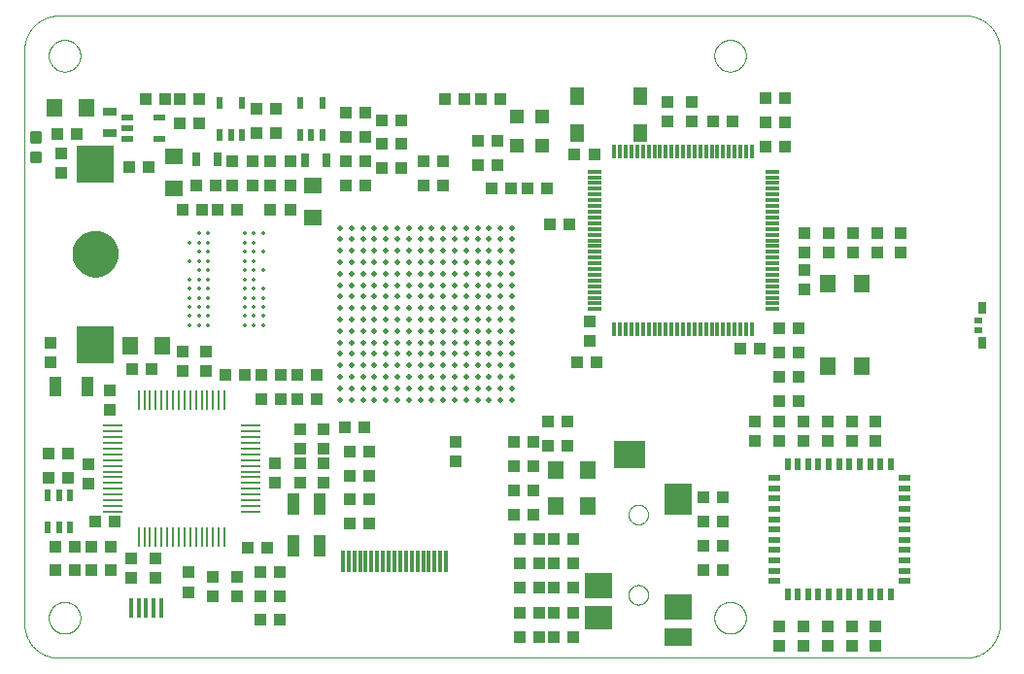
<source format=gtp>
G75*
%MOIN*%
%OFA0B0*%
%FSLAX25Y25*%
%IPPOS*%
%LPD*%
%AMOC8*
5,1,8,0,0,1.08239X$1,22.5*
%
%ADD10C,0.00000*%
%ADD11R,0.01181X0.07480*%
%ADD12R,0.01575X0.06890*%
%ADD13R,0.00984X0.06693*%
%ADD14R,0.06693X0.00984*%
%ADD15C,0.01969*%
%ADD16R,0.02362X0.04331*%
%ADD17R,0.09449X0.06299*%
%ADD18R,0.09449X0.11024*%
%ADD19R,0.09449X0.08661*%
%ADD20R,0.11024X0.09449*%
%ADD21R,0.09449X0.07874*%
%ADD22R,0.04331X0.03937*%
%ADD23R,0.03937X0.04331*%
%ADD24R,0.04331X0.07480*%
%ADD25C,0.01181*%
%ADD26R,0.03937X0.07087*%
%ADD27R,0.12500X0.12500*%
%ADD28C,0.07874*%
%ADD29R,0.05512X0.06299*%
%ADD30C,0.01339*%
%ADD31R,0.03150X0.03937*%
%ADD32R,0.02559X0.01969*%
%ADD33R,0.05079X0.04882*%
%ADD34R,0.06299X0.05512*%
%ADD35R,0.04429X0.01969*%
%ADD36R,0.01969X0.04429*%
%ADD37R,0.04724X0.01181*%
%ADD38R,0.01181X0.04724*%
%ADD39R,0.05118X0.05906*%
%ADD40R,0.04331X0.02362*%
%ADD41R,0.03150X0.04724*%
%ADD42R,0.04724X0.03150*%
D10*
X0012924Y0005148D02*
X0323948Y0005148D01*
X0324233Y0005151D01*
X0324519Y0005162D01*
X0324804Y0005179D01*
X0325088Y0005203D01*
X0325372Y0005234D01*
X0325655Y0005272D01*
X0325936Y0005317D01*
X0326217Y0005368D01*
X0326497Y0005426D01*
X0326775Y0005491D01*
X0327051Y0005563D01*
X0327325Y0005641D01*
X0327598Y0005726D01*
X0327868Y0005818D01*
X0328136Y0005916D01*
X0328402Y0006020D01*
X0328665Y0006131D01*
X0328925Y0006248D01*
X0329183Y0006371D01*
X0329437Y0006501D01*
X0329688Y0006637D01*
X0329936Y0006778D01*
X0330180Y0006926D01*
X0330421Y0007079D01*
X0330657Y0007239D01*
X0330890Y0007404D01*
X0331119Y0007574D01*
X0331344Y0007750D01*
X0331564Y0007932D01*
X0331780Y0008118D01*
X0331991Y0008310D01*
X0332198Y0008507D01*
X0332400Y0008709D01*
X0332597Y0008916D01*
X0332789Y0009127D01*
X0332975Y0009343D01*
X0333157Y0009563D01*
X0333333Y0009788D01*
X0333503Y0010017D01*
X0333668Y0010250D01*
X0333828Y0010486D01*
X0333981Y0010727D01*
X0334129Y0010971D01*
X0334270Y0011219D01*
X0334406Y0011470D01*
X0334536Y0011724D01*
X0334659Y0011982D01*
X0334776Y0012242D01*
X0334887Y0012505D01*
X0334991Y0012771D01*
X0335089Y0013039D01*
X0335181Y0013309D01*
X0335266Y0013582D01*
X0335344Y0013856D01*
X0335416Y0014132D01*
X0335481Y0014410D01*
X0335539Y0014690D01*
X0335590Y0014971D01*
X0335635Y0015252D01*
X0335673Y0015535D01*
X0335704Y0015819D01*
X0335728Y0016103D01*
X0335745Y0016388D01*
X0335756Y0016674D01*
X0335759Y0016959D01*
X0335759Y0213809D01*
X0335756Y0214094D01*
X0335745Y0214380D01*
X0335728Y0214665D01*
X0335704Y0214949D01*
X0335673Y0215233D01*
X0335635Y0215516D01*
X0335590Y0215797D01*
X0335539Y0216078D01*
X0335481Y0216358D01*
X0335416Y0216636D01*
X0335344Y0216912D01*
X0335266Y0217186D01*
X0335181Y0217459D01*
X0335089Y0217729D01*
X0334991Y0217997D01*
X0334887Y0218263D01*
X0334776Y0218526D01*
X0334659Y0218786D01*
X0334536Y0219044D01*
X0334406Y0219298D01*
X0334270Y0219549D01*
X0334129Y0219797D01*
X0333981Y0220041D01*
X0333828Y0220282D01*
X0333668Y0220518D01*
X0333503Y0220751D01*
X0333333Y0220980D01*
X0333157Y0221205D01*
X0332975Y0221425D01*
X0332789Y0221641D01*
X0332597Y0221852D01*
X0332400Y0222059D01*
X0332198Y0222261D01*
X0331991Y0222458D01*
X0331780Y0222650D01*
X0331564Y0222836D01*
X0331344Y0223018D01*
X0331119Y0223194D01*
X0330890Y0223364D01*
X0330657Y0223529D01*
X0330421Y0223689D01*
X0330180Y0223842D01*
X0329936Y0223990D01*
X0329688Y0224131D01*
X0329437Y0224267D01*
X0329183Y0224397D01*
X0328925Y0224520D01*
X0328665Y0224637D01*
X0328402Y0224748D01*
X0328136Y0224852D01*
X0327868Y0224950D01*
X0327598Y0225042D01*
X0327325Y0225127D01*
X0327051Y0225205D01*
X0326775Y0225277D01*
X0326497Y0225342D01*
X0326217Y0225400D01*
X0325936Y0225451D01*
X0325655Y0225496D01*
X0325372Y0225534D01*
X0325088Y0225565D01*
X0324804Y0225589D01*
X0324519Y0225606D01*
X0324233Y0225617D01*
X0323948Y0225620D01*
X0012924Y0225620D01*
X0012639Y0225617D01*
X0012353Y0225606D01*
X0012068Y0225589D01*
X0011784Y0225565D01*
X0011500Y0225534D01*
X0011217Y0225496D01*
X0010936Y0225451D01*
X0010655Y0225400D01*
X0010375Y0225342D01*
X0010097Y0225277D01*
X0009821Y0225205D01*
X0009547Y0225127D01*
X0009274Y0225042D01*
X0009004Y0224950D01*
X0008736Y0224852D01*
X0008470Y0224748D01*
X0008207Y0224637D01*
X0007947Y0224520D01*
X0007689Y0224397D01*
X0007435Y0224267D01*
X0007184Y0224131D01*
X0006936Y0223990D01*
X0006692Y0223842D01*
X0006451Y0223689D01*
X0006215Y0223529D01*
X0005982Y0223364D01*
X0005753Y0223194D01*
X0005528Y0223018D01*
X0005308Y0222836D01*
X0005092Y0222650D01*
X0004881Y0222458D01*
X0004674Y0222261D01*
X0004472Y0222059D01*
X0004275Y0221852D01*
X0004083Y0221641D01*
X0003897Y0221425D01*
X0003715Y0221205D01*
X0003539Y0220980D01*
X0003369Y0220751D01*
X0003204Y0220518D01*
X0003044Y0220282D01*
X0002891Y0220041D01*
X0002743Y0219797D01*
X0002602Y0219549D01*
X0002466Y0219298D01*
X0002336Y0219044D01*
X0002213Y0218786D01*
X0002096Y0218526D01*
X0001985Y0218263D01*
X0001881Y0217997D01*
X0001783Y0217729D01*
X0001691Y0217459D01*
X0001606Y0217186D01*
X0001528Y0216912D01*
X0001456Y0216636D01*
X0001391Y0216358D01*
X0001333Y0216078D01*
X0001282Y0215797D01*
X0001237Y0215516D01*
X0001199Y0215233D01*
X0001168Y0214949D01*
X0001144Y0214665D01*
X0001127Y0214380D01*
X0001116Y0214094D01*
X0001113Y0213809D01*
X0001113Y0016959D01*
X0001116Y0016674D01*
X0001127Y0016388D01*
X0001144Y0016103D01*
X0001168Y0015819D01*
X0001199Y0015535D01*
X0001237Y0015252D01*
X0001282Y0014971D01*
X0001333Y0014690D01*
X0001391Y0014410D01*
X0001456Y0014132D01*
X0001528Y0013856D01*
X0001606Y0013582D01*
X0001691Y0013309D01*
X0001783Y0013039D01*
X0001881Y0012771D01*
X0001985Y0012505D01*
X0002096Y0012242D01*
X0002213Y0011982D01*
X0002336Y0011724D01*
X0002466Y0011470D01*
X0002602Y0011219D01*
X0002743Y0010971D01*
X0002891Y0010727D01*
X0003044Y0010486D01*
X0003204Y0010250D01*
X0003369Y0010017D01*
X0003539Y0009788D01*
X0003715Y0009563D01*
X0003897Y0009343D01*
X0004083Y0009127D01*
X0004275Y0008916D01*
X0004472Y0008709D01*
X0004674Y0008507D01*
X0004881Y0008310D01*
X0005092Y0008118D01*
X0005308Y0007932D01*
X0005528Y0007750D01*
X0005753Y0007574D01*
X0005982Y0007404D01*
X0006215Y0007239D01*
X0006451Y0007079D01*
X0006692Y0006926D01*
X0006936Y0006778D01*
X0007184Y0006637D01*
X0007435Y0006501D01*
X0007689Y0006371D01*
X0007947Y0006248D01*
X0008207Y0006131D01*
X0008470Y0006020D01*
X0008736Y0005916D01*
X0009004Y0005818D01*
X0009274Y0005726D01*
X0009547Y0005641D01*
X0009821Y0005563D01*
X0010097Y0005491D01*
X0010375Y0005426D01*
X0010655Y0005368D01*
X0010936Y0005317D01*
X0011217Y0005272D01*
X0011500Y0005234D01*
X0011784Y0005203D01*
X0012068Y0005179D01*
X0012353Y0005162D01*
X0012639Y0005151D01*
X0012924Y0005148D01*
X0009480Y0018927D02*
X0009482Y0019074D01*
X0009488Y0019220D01*
X0009498Y0019366D01*
X0009512Y0019512D01*
X0009530Y0019658D01*
X0009551Y0019803D01*
X0009577Y0019947D01*
X0009607Y0020091D01*
X0009640Y0020233D01*
X0009677Y0020375D01*
X0009718Y0020516D01*
X0009763Y0020655D01*
X0009812Y0020794D01*
X0009864Y0020931D01*
X0009921Y0021066D01*
X0009980Y0021200D01*
X0010044Y0021332D01*
X0010111Y0021462D01*
X0010181Y0021591D01*
X0010255Y0021718D01*
X0010332Y0021842D01*
X0010413Y0021965D01*
X0010497Y0022085D01*
X0010584Y0022203D01*
X0010674Y0022318D01*
X0010767Y0022431D01*
X0010864Y0022542D01*
X0010963Y0022650D01*
X0011065Y0022755D01*
X0011170Y0022857D01*
X0011278Y0022956D01*
X0011389Y0023053D01*
X0011502Y0023146D01*
X0011617Y0023236D01*
X0011735Y0023323D01*
X0011855Y0023407D01*
X0011978Y0023488D01*
X0012102Y0023565D01*
X0012229Y0023639D01*
X0012358Y0023709D01*
X0012488Y0023776D01*
X0012620Y0023840D01*
X0012754Y0023899D01*
X0012889Y0023956D01*
X0013026Y0024008D01*
X0013165Y0024057D01*
X0013304Y0024102D01*
X0013445Y0024143D01*
X0013587Y0024180D01*
X0013729Y0024213D01*
X0013873Y0024243D01*
X0014017Y0024269D01*
X0014162Y0024290D01*
X0014308Y0024308D01*
X0014454Y0024322D01*
X0014600Y0024332D01*
X0014746Y0024338D01*
X0014893Y0024340D01*
X0015040Y0024338D01*
X0015186Y0024332D01*
X0015332Y0024322D01*
X0015478Y0024308D01*
X0015624Y0024290D01*
X0015769Y0024269D01*
X0015913Y0024243D01*
X0016057Y0024213D01*
X0016199Y0024180D01*
X0016341Y0024143D01*
X0016482Y0024102D01*
X0016621Y0024057D01*
X0016760Y0024008D01*
X0016897Y0023956D01*
X0017032Y0023899D01*
X0017166Y0023840D01*
X0017298Y0023776D01*
X0017428Y0023709D01*
X0017557Y0023639D01*
X0017684Y0023565D01*
X0017808Y0023488D01*
X0017931Y0023407D01*
X0018051Y0023323D01*
X0018169Y0023236D01*
X0018284Y0023146D01*
X0018397Y0023053D01*
X0018508Y0022956D01*
X0018616Y0022857D01*
X0018721Y0022755D01*
X0018823Y0022650D01*
X0018922Y0022542D01*
X0019019Y0022431D01*
X0019112Y0022318D01*
X0019202Y0022203D01*
X0019289Y0022085D01*
X0019373Y0021965D01*
X0019454Y0021842D01*
X0019531Y0021718D01*
X0019605Y0021591D01*
X0019675Y0021462D01*
X0019742Y0021332D01*
X0019806Y0021200D01*
X0019865Y0021066D01*
X0019922Y0020931D01*
X0019974Y0020794D01*
X0020023Y0020655D01*
X0020068Y0020516D01*
X0020109Y0020375D01*
X0020146Y0020233D01*
X0020179Y0020091D01*
X0020209Y0019947D01*
X0020235Y0019803D01*
X0020256Y0019658D01*
X0020274Y0019512D01*
X0020288Y0019366D01*
X0020298Y0019220D01*
X0020304Y0019074D01*
X0020306Y0018927D01*
X0020304Y0018780D01*
X0020298Y0018634D01*
X0020288Y0018488D01*
X0020274Y0018342D01*
X0020256Y0018196D01*
X0020235Y0018051D01*
X0020209Y0017907D01*
X0020179Y0017763D01*
X0020146Y0017621D01*
X0020109Y0017479D01*
X0020068Y0017338D01*
X0020023Y0017199D01*
X0019974Y0017060D01*
X0019922Y0016923D01*
X0019865Y0016788D01*
X0019806Y0016654D01*
X0019742Y0016522D01*
X0019675Y0016392D01*
X0019605Y0016263D01*
X0019531Y0016136D01*
X0019454Y0016012D01*
X0019373Y0015889D01*
X0019289Y0015769D01*
X0019202Y0015651D01*
X0019112Y0015536D01*
X0019019Y0015423D01*
X0018922Y0015312D01*
X0018823Y0015204D01*
X0018721Y0015099D01*
X0018616Y0014997D01*
X0018508Y0014898D01*
X0018397Y0014801D01*
X0018284Y0014708D01*
X0018169Y0014618D01*
X0018051Y0014531D01*
X0017931Y0014447D01*
X0017808Y0014366D01*
X0017684Y0014289D01*
X0017557Y0014215D01*
X0017428Y0014145D01*
X0017298Y0014078D01*
X0017166Y0014014D01*
X0017032Y0013955D01*
X0016897Y0013898D01*
X0016760Y0013846D01*
X0016621Y0013797D01*
X0016482Y0013752D01*
X0016341Y0013711D01*
X0016199Y0013674D01*
X0016057Y0013641D01*
X0015913Y0013611D01*
X0015769Y0013585D01*
X0015624Y0013564D01*
X0015478Y0013546D01*
X0015332Y0013532D01*
X0015186Y0013522D01*
X0015040Y0013516D01*
X0014893Y0013514D01*
X0014746Y0013516D01*
X0014600Y0013522D01*
X0014454Y0013532D01*
X0014308Y0013546D01*
X0014162Y0013564D01*
X0014017Y0013585D01*
X0013873Y0013611D01*
X0013729Y0013641D01*
X0013587Y0013674D01*
X0013445Y0013711D01*
X0013304Y0013752D01*
X0013165Y0013797D01*
X0013026Y0013846D01*
X0012889Y0013898D01*
X0012754Y0013955D01*
X0012620Y0014014D01*
X0012488Y0014078D01*
X0012358Y0014145D01*
X0012229Y0014215D01*
X0012102Y0014289D01*
X0011978Y0014366D01*
X0011855Y0014447D01*
X0011735Y0014531D01*
X0011617Y0014618D01*
X0011502Y0014708D01*
X0011389Y0014801D01*
X0011278Y0014898D01*
X0011170Y0014997D01*
X0011065Y0015099D01*
X0010963Y0015204D01*
X0010864Y0015312D01*
X0010767Y0015423D01*
X0010674Y0015536D01*
X0010584Y0015651D01*
X0010497Y0015769D01*
X0010413Y0015889D01*
X0010332Y0016012D01*
X0010255Y0016136D01*
X0010181Y0016263D01*
X0010111Y0016392D01*
X0010044Y0016522D01*
X0009980Y0016654D01*
X0009921Y0016788D01*
X0009864Y0016923D01*
X0009812Y0017060D01*
X0009763Y0017199D01*
X0009718Y0017338D01*
X0009677Y0017479D01*
X0009640Y0017621D01*
X0009607Y0017763D01*
X0009577Y0017907D01*
X0009551Y0018051D01*
X0009530Y0018196D01*
X0009512Y0018342D01*
X0009498Y0018488D01*
X0009488Y0018634D01*
X0009482Y0018780D01*
X0009480Y0018927D01*
X0208397Y0026801D02*
X0208399Y0026916D01*
X0208405Y0027032D01*
X0208415Y0027147D01*
X0208429Y0027262D01*
X0208447Y0027376D01*
X0208469Y0027489D01*
X0208494Y0027602D01*
X0208524Y0027713D01*
X0208557Y0027824D01*
X0208594Y0027933D01*
X0208635Y0028041D01*
X0208680Y0028148D01*
X0208728Y0028253D01*
X0208780Y0028356D01*
X0208836Y0028457D01*
X0208895Y0028557D01*
X0208957Y0028654D01*
X0209023Y0028749D01*
X0209091Y0028842D01*
X0209163Y0028932D01*
X0209238Y0029020D01*
X0209317Y0029105D01*
X0209398Y0029187D01*
X0209481Y0029267D01*
X0209568Y0029343D01*
X0209657Y0029417D01*
X0209748Y0029487D01*
X0209842Y0029555D01*
X0209938Y0029619D01*
X0210037Y0029679D01*
X0210137Y0029736D01*
X0210239Y0029790D01*
X0210343Y0029840D01*
X0210449Y0029887D01*
X0210556Y0029930D01*
X0210665Y0029969D01*
X0210775Y0030004D01*
X0210886Y0030035D01*
X0210998Y0030063D01*
X0211111Y0030087D01*
X0211225Y0030107D01*
X0211340Y0030123D01*
X0211455Y0030135D01*
X0211570Y0030143D01*
X0211685Y0030147D01*
X0211801Y0030147D01*
X0211916Y0030143D01*
X0212031Y0030135D01*
X0212146Y0030123D01*
X0212261Y0030107D01*
X0212375Y0030087D01*
X0212488Y0030063D01*
X0212600Y0030035D01*
X0212711Y0030004D01*
X0212821Y0029969D01*
X0212930Y0029930D01*
X0213037Y0029887D01*
X0213143Y0029840D01*
X0213247Y0029790D01*
X0213349Y0029736D01*
X0213449Y0029679D01*
X0213548Y0029619D01*
X0213644Y0029555D01*
X0213738Y0029487D01*
X0213829Y0029417D01*
X0213918Y0029343D01*
X0214005Y0029267D01*
X0214088Y0029187D01*
X0214169Y0029105D01*
X0214248Y0029020D01*
X0214323Y0028932D01*
X0214395Y0028842D01*
X0214463Y0028749D01*
X0214529Y0028654D01*
X0214591Y0028557D01*
X0214650Y0028457D01*
X0214706Y0028356D01*
X0214758Y0028253D01*
X0214806Y0028148D01*
X0214851Y0028041D01*
X0214892Y0027933D01*
X0214929Y0027824D01*
X0214962Y0027713D01*
X0214992Y0027602D01*
X0215017Y0027489D01*
X0215039Y0027376D01*
X0215057Y0027262D01*
X0215071Y0027147D01*
X0215081Y0027032D01*
X0215087Y0026916D01*
X0215089Y0026801D01*
X0215087Y0026686D01*
X0215081Y0026570D01*
X0215071Y0026455D01*
X0215057Y0026340D01*
X0215039Y0026226D01*
X0215017Y0026113D01*
X0214992Y0026000D01*
X0214962Y0025889D01*
X0214929Y0025778D01*
X0214892Y0025669D01*
X0214851Y0025561D01*
X0214806Y0025454D01*
X0214758Y0025349D01*
X0214706Y0025246D01*
X0214650Y0025145D01*
X0214591Y0025045D01*
X0214529Y0024948D01*
X0214463Y0024853D01*
X0214395Y0024760D01*
X0214323Y0024670D01*
X0214248Y0024582D01*
X0214169Y0024497D01*
X0214088Y0024415D01*
X0214005Y0024335D01*
X0213918Y0024259D01*
X0213829Y0024185D01*
X0213738Y0024115D01*
X0213644Y0024047D01*
X0213548Y0023983D01*
X0213449Y0023923D01*
X0213349Y0023866D01*
X0213247Y0023812D01*
X0213143Y0023762D01*
X0213037Y0023715D01*
X0212930Y0023672D01*
X0212821Y0023633D01*
X0212711Y0023598D01*
X0212600Y0023567D01*
X0212488Y0023539D01*
X0212375Y0023515D01*
X0212261Y0023495D01*
X0212146Y0023479D01*
X0212031Y0023467D01*
X0211916Y0023459D01*
X0211801Y0023455D01*
X0211685Y0023455D01*
X0211570Y0023459D01*
X0211455Y0023467D01*
X0211340Y0023479D01*
X0211225Y0023495D01*
X0211111Y0023515D01*
X0210998Y0023539D01*
X0210886Y0023567D01*
X0210775Y0023598D01*
X0210665Y0023633D01*
X0210556Y0023672D01*
X0210449Y0023715D01*
X0210343Y0023762D01*
X0210239Y0023812D01*
X0210137Y0023866D01*
X0210037Y0023923D01*
X0209938Y0023983D01*
X0209842Y0024047D01*
X0209748Y0024115D01*
X0209657Y0024185D01*
X0209568Y0024259D01*
X0209481Y0024335D01*
X0209398Y0024415D01*
X0209317Y0024497D01*
X0209238Y0024582D01*
X0209163Y0024670D01*
X0209091Y0024760D01*
X0209023Y0024853D01*
X0208957Y0024948D01*
X0208895Y0025045D01*
X0208836Y0025145D01*
X0208780Y0025246D01*
X0208728Y0025349D01*
X0208680Y0025454D01*
X0208635Y0025561D01*
X0208594Y0025669D01*
X0208557Y0025778D01*
X0208524Y0025889D01*
X0208494Y0026000D01*
X0208469Y0026113D01*
X0208447Y0026226D01*
X0208429Y0026340D01*
X0208415Y0026455D01*
X0208405Y0026570D01*
X0208399Y0026686D01*
X0208397Y0026801D01*
X0237826Y0018927D02*
X0237828Y0019074D01*
X0237834Y0019220D01*
X0237844Y0019366D01*
X0237858Y0019512D01*
X0237876Y0019658D01*
X0237897Y0019803D01*
X0237923Y0019947D01*
X0237953Y0020091D01*
X0237986Y0020233D01*
X0238023Y0020375D01*
X0238064Y0020516D01*
X0238109Y0020655D01*
X0238158Y0020794D01*
X0238210Y0020931D01*
X0238267Y0021066D01*
X0238326Y0021200D01*
X0238390Y0021332D01*
X0238457Y0021462D01*
X0238527Y0021591D01*
X0238601Y0021718D01*
X0238678Y0021842D01*
X0238759Y0021965D01*
X0238843Y0022085D01*
X0238930Y0022203D01*
X0239020Y0022318D01*
X0239113Y0022431D01*
X0239210Y0022542D01*
X0239309Y0022650D01*
X0239411Y0022755D01*
X0239516Y0022857D01*
X0239624Y0022956D01*
X0239735Y0023053D01*
X0239848Y0023146D01*
X0239963Y0023236D01*
X0240081Y0023323D01*
X0240201Y0023407D01*
X0240324Y0023488D01*
X0240448Y0023565D01*
X0240575Y0023639D01*
X0240704Y0023709D01*
X0240834Y0023776D01*
X0240966Y0023840D01*
X0241100Y0023899D01*
X0241235Y0023956D01*
X0241372Y0024008D01*
X0241511Y0024057D01*
X0241650Y0024102D01*
X0241791Y0024143D01*
X0241933Y0024180D01*
X0242075Y0024213D01*
X0242219Y0024243D01*
X0242363Y0024269D01*
X0242508Y0024290D01*
X0242654Y0024308D01*
X0242800Y0024322D01*
X0242946Y0024332D01*
X0243092Y0024338D01*
X0243239Y0024340D01*
X0243386Y0024338D01*
X0243532Y0024332D01*
X0243678Y0024322D01*
X0243824Y0024308D01*
X0243970Y0024290D01*
X0244115Y0024269D01*
X0244259Y0024243D01*
X0244403Y0024213D01*
X0244545Y0024180D01*
X0244687Y0024143D01*
X0244828Y0024102D01*
X0244967Y0024057D01*
X0245106Y0024008D01*
X0245243Y0023956D01*
X0245378Y0023899D01*
X0245512Y0023840D01*
X0245644Y0023776D01*
X0245774Y0023709D01*
X0245903Y0023639D01*
X0246030Y0023565D01*
X0246154Y0023488D01*
X0246277Y0023407D01*
X0246397Y0023323D01*
X0246515Y0023236D01*
X0246630Y0023146D01*
X0246743Y0023053D01*
X0246854Y0022956D01*
X0246962Y0022857D01*
X0247067Y0022755D01*
X0247169Y0022650D01*
X0247268Y0022542D01*
X0247365Y0022431D01*
X0247458Y0022318D01*
X0247548Y0022203D01*
X0247635Y0022085D01*
X0247719Y0021965D01*
X0247800Y0021842D01*
X0247877Y0021718D01*
X0247951Y0021591D01*
X0248021Y0021462D01*
X0248088Y0021332D01*
X0248152Y0021200D01*
X0248211Y0021066D01*
X0248268Y0020931D01*
X0248320Y0020794D01*
X0248369Y0020655D01*
X0248414Y0020516D01*
X0248455Y0020375D01*
X0248492Y0020233D01*
X0248525Y0020091D01*
X0248555Y0019947D01*
X0248581Y0019803D01*
X0248602Y0019658D01*
X0248620Y0019512D01*
X0248634Y0019366D01*
X0248644Y0019220D01*
X0248650Y0019074D01*
X0248652Y0018927D01*
X0248650Y0018780D01*
X0248644Y0018634D01*
X0248634Y0018488D01*
X0248620Y0018342D01*
X0248602Y0018196D01*
X0248581Y0018051D01*
X0248555Y0017907D01*
X0248525Y0017763D01*
X0248492Y0017621D01*
X0248455Y0017479D01*
X0248414Y0017338D01*
X0248369Y0017199D01*
X0248320Y0017060D01*
X0248268Y0016923D01*
X0248211Y0016788D01*
X0248152Y0016654D01*
X0248088Y0016522D01*
X0248021Y0016392D01*
X0247951Y0016263D01*
X0247877Y0016136D01*
X0247800Y0016012D01*
X0247719Y0015889D01*
X0247635Y0015769D01*
X0247548Y0015651D01*
X0247458Y0015536D01*
X0247365Y0015423D01*
X0247268Y0015312D01*
X0247169Y0015204D01*
X0247067Y0015099D01*
X0246962Y0014997D01*
X0246854Y0014898D01*
X0246743Y0014801D01*
X0246630Y0014708D01*
X0246515Y0014618D01*
X0246397Y0014531D01*
X0246277Y0014447D01*
X0246154Y0014366D01*
X0246030Y0014289D01*
X0245903Y0014215D01*
X0245774Y0014145D01*
X0245644Y0014078D01*
X0245512Y0014014D01*
X0245378Y0013955D01*
X0245243Y0013898D01*
X0245106Y0013846D01*
X0244967Y0013797D01*
X0244828Y0013752D01*
X0244687Y0013711D01*
X0244545Y0013674D01*
X0244403Y0013641D01*
X0244259Y0013611D01*
X0244115Y0013585D01*
X0243970Y0013564D01*
X0243824Y0013546D01*
X0243678Y0013532D01*
X0243532Y0013522D01*
X0243386Y0013516D01*
X0243239Y0013514D01*
X0243092Y0013516D01*
X0242946Y0013522D01*
X0242800Y0013532D01*
X0242654Y0013546D01*
X0242508Y0013564D01*
X0242363Y0013585D01*
X0242219Y0013611D01*
X0242075Y0013641D01*
X0241933Y0013674D01*
X0241791Y0013711D01*
X0241650Y0013752D01*
X0241511Y0013797D01*
X0241372Y0013846D01*
X0241235Y0013898D01*
X0241100Y0013955D01*
X0240966Y0014014D01*
X0240834Y0014078D01*
X0240704Y0014145D01*
X0240575Y0014215D01*
X0240448Y0014289D01*
X0240324Y0014366D01*
X0240201Y0014447D01*
X0240081Y0014531D01*
X0239963Y0014618D01*
X0239848Y0014708D01*
X0239735Y0014801D01*
X0239624Y0014898D01*
X0239516Y0014997D01*
X0239411Y0015099D01*
X0239309Y0015204D01*
X0239210Y0015312D01*
X0239113Y0015423D01*
X0239020Y0015536D01*
X0238930Y0015651D01*
X0238843Y0015769D01*
X0238759Y0015889D01*
X0238678Y0016012D01*
X0238601Y0016136D01*
X0238527Y0016263D01*
X0238457Y0016392D01*
X0238390Y0016522D01*
X0238326Y0016654D01*
X0238267Y0016788D01*
X0238210Y0016923D01*
X0238158Y0017060D01*
X0238109Y0017199D01*
X0238064Y0017338D01*
X0238023Y0017479D01*
X0237986Y0017621D01*
X0237953Y0017763D01*
X0237923Y0017907D01*
X0237897Y0018051D01*
X0237876Y0018196D01*
X0237858Y0018342D01*
X0237844Y0018488D01*
X0237834Y0018634D01*
X0237828Y0018780D01*
X0237826Y0018927D01*
X0208397Y0054360D02*
X0208399Y0054475D01*
X0208405Y0054591D01*
X0208415Y0054706D01*
X0208429Y0054821D01*
X0208447Y0054935D01*
X0208469Y0055048D01*
X0208494Y0055161D01*
X0208524Y0055272D01*
X0208557Y0055383D01*
X0208594Y0055492D01*
X0208635Y0055600D01*
X0208680Y0055707D01*
X0208728Y0055812D01*
X0208780Y0055915D01*
X0208836Y0056016D01*
X0208895Y0056116D01*
X0208957Y0056213D01*
X0209023Y0056308D01*
X0209091Y0056401D01*
X0209163Y0056491D01*
X0209238Y0056579D01*
X0209317Y0056664D01*
X0209398Y0056746D01*
X0209481Y0056826D01*
X0209568Y0056902D01*
X0209657Y0056976D01*
X0209748Y0057046D01*
X0209842Y0057114D01*
X0209938Y0057178D01*
X0210037Y0057238D01*
X0210137Y0057295D01*
X0210239Y0057349D01*
X0210343Y0057399D01*
X0210449Y0057446D01*
X0210556Y0057489D01*
X0210665Y0057528D01*
X0210775Y0057563D01*
X0210886Y0057594D01*
X0210998Y0057622D01*
X0211111Y0057646D01*
X0211225Y0057666D01*
X0211340Y0057682D01*
X0211455Y0057694D01*
X0211570Y0057702D01*
X0211685Y0057706D01*
X0211801Y0057706D01*
X0211916Y0057702D01*
X0212031Y0057694D01*
X0212146Y0057682D01*
X0212261Y0057666D01*
X0212375Y0057646D01*
X0212488Y0057622D01*
X0212600Y0057594D01*
X0212711Y0057563D01*
X0212821Y0057528D01*
X0212930Y0057489D01*
X0213037Y0057446D01*
X0213143Y0057399D01*
X0213247Y0057349D01*
X0213349Y0057295D01*
X0213449Y0057238D01*
X0213548Y0057178D01*
X0213644Y0057114D01*
X0213738Y0057046D01*
X0213829Y0056976D01*
X0213918Y0056902D01*
X0214005Y0056826D01*
X0214088Y0056746D01*
X0214169Y0056664D01*
X0214248Y0056579D01*
X0214323Y0056491D01*
X0214395Y0056401D01*
X0214463Y0056308D01*
X0214529Y0056213D01*
X0214591Y0056116D01*
X0214650Y0056016D01*
X0214706Y0055915D01*
X0214758Y0055812D01*
X0214806Y0055707D01*
X0214851Y0055600D01*
X0214892Y0055492D01*
X0214929Y0055383D01*
X0214962Y0055272D01*
X0214992Y0055161D01*
X0215017Y0055048D01*
X0215039Y0054935D01*
X0215057Y0054821D01*
X0215071Y0054706D01*
X0215081Y0054591D01*
X0215087Y0054475D01*
X0215089Y0054360D01*
X0215087Y0054245D01*
X0215081Y0054129D01*
X0215071Y0054014D01*
X0215057Y0053899D01*
X0215039Y0053785D01*
X0215017Y0053672D01*
X0214992Y0053559D01*
X0214962Y0053448D01*
X0214929Y0053337D01*
X0214892Y0053228D01*
X0214851Y0053120D01*
X0214806Y0053013D01*
X0214758Y0052908D01*
X0214706Y0052805D01*
X0214650Y0052704D01*
X0214591Y0052604D01*
X0214529Y0052507D01*
X0214463Y0052412D01*
X0214395Y0052319D01*
X0214323Y0052229D01*
X0214248Y0052141D01*
X0214169Y0052056D01*
X0214088Y0051974D01*
X0214005Y0051894D01*
X0213918Y0051818D01*
X0213829Y0051744D01*
X0213738Y0051674D01*
X0213644Y0051606D01*
X0213548Y0051542D01*
X0213449Y0051482D01*
X0213349Y0051425D01*
X0213247Y0051371D01*
X0213143Y0051321D01*
X0213037Y0051274D01*
X0212930Y0051231D01*
X0212821Y0051192D01*
X0212711Y0051157D01*
X0212600Y0051126D01*
X0212488Y0051098D01*
X0212375Y0051074D01*
X0212261Y0051054D01*
X0212146Y0051038D01*
X0212031Y0051026D01*
X0211916Y0051018D01*
X0211801Y0051014D01*
X0211685Y0051014D01*
X0211570Y0051018D01*
X0211455Y0051026D01*
X0211340Y0051038D01*
X0211225Y0051054D01*
X0211111Y0051074D01*
X0210998Y0051098D01*
X0210886Y0051126D01*
X0210775Y0051157D01*
X0210665Y0051192D01*
X0210556Y0051231D01*
X0210449Y0051274D01*
X0210343Y0051321D01*
X0210239Y0051371D01*
X0210137Y0051425D01*
X0210037Y0051482D01*
X0209938Y0051542D01*
X0209842Y0051606D01*
X0209748Y0051674D01*
X0209657Y0051744D01*
X0209568Y0051818D01*
X0209481Y0051894D01*
X0209398Y0051974D01*
X0209317Y0052056D01*
X0209238Y0052141D01*
X0209163Y0052229D01*
X0209091Y0052319D01*
X0209023Y0052412D01*
X0208957Y0052507D01*
X0208895Y0052604D01*
X0208836Y0052704D01*
X0208780Y0052805D01*
X0208728Y0052908D01*
X0208680Y0053013D01*
X0208635Y0053120D01*
X0208594Y0053228D01*
X0208557Y0053337D01*
X0208524Y0053448D01*
X0208494Y0053559D01*
X0208469Y0053672D01*
X0208447Y0053785D01*
X0208429Y0053899D01*
X0208415Y0054014D01*
X0208405Y0054129D01*
X0208399Y0054245D01*
X0208397Y0054360D01*
X0237826Y0211841D02*
X0237828Y0211988D01*
X0237834Y0212134D01*
X0237844Y0212280D01*
X0237858Y0212426D01*
X0237876Y0212572D01*
X0237897Y0212717D01*
X0237923Y0212861D01*
X0237953Y0213005D01*
X0237986Y0213147D01*
X0238023Y0213289D01*
X0238064Y0213430D01*
X0238109Y0213569D01*
X0238158Y0213708D01*
X0238210Y0213845D01*
X0238267Y0213980D01*
X0238326Y0214114D01*
X0238390Y0214246D01*
X0238457Y0214376D01*
X0238527Y0214505D01*
X0238601Y0214632D01*
X0238678Y0214756D01*
X0238759Y0214879D01*
X0238843Y0214999D01*
X0238930Y0215117D01*
X0239020Y0215232D01*
X0239113Y0215345D01*
X0239210Y0215456D01*
X0239309Y0215564D01*
X0239411Y0215669D01*
X0239516Y0215771D01*
X0239624Y0215870D01*
X0239735Y0215967D01*
X0239848Y0216060D01*
X0239963Y0216150D01*
X0240081Y0216237D01*
X0240201Y0216321D01*
X0240324Y0216402D01*
X0240448Y0216479D01*
X0240575Y0216553D01*
X0240704Y0216623D01*
X0240834Y0216690D01*
X0240966Y0216754D01*
X0241100Y0216813D01*
X0241235Y0216870D01*
X0241372Y0216922D01*
X0241511Y0216971D01*
X0241650Y0217016D01*
X0241791Y0217057D01*
X0241933Y0217094D01*
X0242075Y0217127D01*
X0242219Y0217157D01*
X0242363Y0217183D01*
X0242508Y0217204D01*
X0242654Y0217222D01*
X0242800Y0217236D01*
X0242946Y0217246D01*
X0243092Y0217252D01*
X0243239Y0217254D01*
X0243386Y0217252D01*
X0243532Y0217246D01*
X0243678Y0217236D01*
X0243824Y0217222D01*
X0243970Y0217204D01*
X0244115Y0217183D01*
X0244259Y0217157D01*
X0244403Y0217127D01*
X0244545Y0217094D01*
X0244687Y0217057D01*
X0244828Y0217016D01*
X0244967Y0216971D01*
X0245106Y0216922D01*
X0245243Y0216870D01*
X0245378Y0216813D01*
X0245512Y0216754D01*
X0245644Y0216690D01*
X0245774Y0216623D01*
X0245903Y0216553D01*
X0246030Y0216479D01*
X0246154Y0216402D01*
X0246277Y0216321D01*
X0246397Y0216237D01*
X0246515Y0216150D01*
X0246630Y0216060D01*
X0246743Y0215967D01*
X0246854Y0215870D01*
X0246962Y0215771D01*
X0247067Y0215669D01*
X0247169Y0215564D01*
X0247268Y0215456D01*
X0247365Y0215345D01*
X0247458Y0215232D01*
X0247548Y0215117D01*
X0247635Y0214999D01*
X0247719Y0214879D01*
X0247800Y0214756D01*
X0247877Y0214632D01*
X0247951Y0214505D01*
X0248021Y0214376D01*
X0248088Y0214246D01*
X0248152Y0214114D01*
X0248211Y0213980D01*
X0248268Y0213845D01*
X0248320Y0213708D01*
X0248369Y0213569D01*
X0248414Y0213430D01*
X0248455Y0213289D01*
X0248492Y0213147D01*
X0248525Y0213005D01*
X0248555Y0212861D01*
X0248581Y0212717D01*
X0248602Y0212572D01*
X0248620Y0212426D01*
X0248634Y0212280D01*
X0248644Y0212134D01*
X0248650Y0211988D01*
X0248652Y0211841D01*
X0248650Y0211694D01*
X0248644Y0211548D01*
X0248634Y0211402D01*
X0248620Y0211256D01*
X0248602Y0211110D01*
X0248581Y0210965D01*
X0248555Y0210821D01*
X0248525Y0210677D01*
X0248492Y0210535D01*
X0248455Y0210393D01*
X0248414Y0210252D01*
X0248369Y0210113D01*
X0248320Y0209974D01*
X0248268Y0209837D01*
X0248211Y0209702D01*
X0248152Y0209568D01*
X0248088Y0209436D01*
X0248021Y0209306D01*
X0247951Y0209177D01*
X0247877Y0209050D01*
X0247800Y0208926D01*
X0247719Y0208803D01*
X0247635Y0208683D01*
X0247548Y0208565D01*
X0247458Y0208450D01*
X0247365Y0208337D01*
X0247268Y0208226D01*
X0247169Y0208118D01*
X0247067Y0208013D01*
X0246962Y0207911D01*
X0246854Y0207812D01*
X0246743Y0207715D01*
X0246630Y0207622D01*
X0246515Y0207532D01*
X0246397Y0207445D01*
X0246277Y0207361D01*
X0246154Y0207280D01*
X0246030Y0207203D01*
X0245903Y0207129D01*
X0245774Y0207059D01*
X0245644Y0206992D01*
X0245512Y0206928D01*
X0245378Y0206869D01*
X0245243Y0206812D01*
X0245106Y0206760D01*
X0244967Y0206711D01*
X0244828Y0206666D01*
X0244687Y0206625D01*
X0244545Y0206588D01*
X0244403Y0206555D01*
X0244259Y0206525D01*
X0244115Y0206499D01*
X0243970Y0206478D01*
X0243824Y0206460D01*
X0243678Y0206446D01*
X0243532Y0206436D01*
X0243386Y0206430D01*
X0243239Y0206428D01*
X0243092Y0206430D01*
X0242946Y0206436D01*
X0242800Y0206446D01*
X0242654Y0206460D01*
X0242508Y0206478D01*
X0242363Y0206499D01*
X0242219Y0206525D01*
X0242075Y0206555D01*
X0241933Y0206588D01*
X0241791Y0206625D01*
X0241650Y0206666D01*
X0241511Y0206711D01*
X0241372Y0206760D01*
X0241235Y0206812D01*
X0241100Y0206869D01*
X0240966Y0206928D01*
X0240834Y0206992D01*
X0240704Y0207059D01*
X0240575Y0207129D01*
X0240448Y0207203D01*
X0240324Y0207280D01*
X0240201Y0207361D01*
X0240081Y0207445D01*
X0239963Y0207532D01*
X0239848Y0207622D01*
X0239735Y0207715D01*
X0239624Y0207812D01*
X0239516Y0207911D01*
X0239411Y0208013D01*
X0239309Y0208118D01*
X0239210Y0208226D01*
X0239113Y0208337D01*
X0239020Y0208450D01*
X0238930Y0208565D01*
X0238843Y0208683D01*
X0238759Y0208803D01*
X0238678Y0208926D01*
X0238601Y0209050D01*
X0238527Y0209177D01*
X0238457Y0209306D01*
X0238390Y0209436D01*
X0238326Y0209568D01*
X0238267Y0209702D01*
X0238210Y0209837D01*
X0238158Y0209974D01*
X0238109Y0210113D01*
X0238064Y0210252D01*
X0238023Y0210393D01*
X0237986Y0210535D01*
X0237953Y0210677D01*
X0237923Y0210821D01*
X0237897Y0210965D01*
X0237876Y0211110D01*
X0237858Y0211256D01*
X0237844Y0211402D01*
X0237834Y0211548D01*
X0237828Y0211694D01*
X0237826Y0211841D01*
X0009480Y0211841D02*
X0009482Y0211988D01*
X0009488Y0212134D01*
X0009498Y0212280D01*
X0009512Y0212426D01*
X0009530Y0212572D01*
X0009551Y0212717D01*
X0009577Y0212861D01*
X0009607Y0213005D01*
X0009640Y0213147D01*
X0009677Y0213289D01*
X0009718Y0213430D01*
X0009763Y0213569D01*
X0009812Y0213708D01*
X0009864Y0213845D01*
X0009921Y0213980D01*
X0009980Y0214114D01*
X0010044Y0214246D01*
X0010111Y0214376D01*
X0010181Y0214505D01*
X0010255Y0214632D01*
X0010332Y0214756D01*
X0010413Y0214879D01*
X0010497Y0214999D01*
X0010584Y0215117D01*
X0010674Y0215232D01*
X0010767Y0215345D01*
X0010864Y0215456D01*
X0010963Y0215564D01*
X0011065Y0215669D01*
X0011170Y0215771D01*
X0011278Y0215870D01*
X0011389Y0215967D01*
X0011502Y0216060D01*
X0011617Y0216150D01*
X0011735Y0216237D01*
X0011855Y0216321D01*
X0011978Y0216402D01*
X0012102Y0216479D01*
X0012229Y0216553D01*
X0012358Y0216623D01*
X0012488Y0216690D01*
X0012620Y0216754D01*
X0012754Y0216813D01*
X0012889Y0216870D01*
X0013026Y0216922D01*
X0013165Y0216971D01*
X0013304Y0217016D01*
X0013445Y0217057D01*
X0013587Y0217094D01*
X0013729Y0217127D01*
X0013873Y0217157D01*
X0014017Y0217183D01*
X0014162Y0217204D01*
X0014308Y0217222D01*
X0014454Y0217236D01*
X0014600Y0217246D01*
X0014746Y0217252D01*
X0014893Y0217254D01*
X0015040Y0217252D01*
X0015186Y0217246D01*
X0015332Y0217236D01*
X0015478Y0217222D01*
X0015624Y0217204D01*
X0015769Y0217183D01*
X0015913Y0217157D01*
X0016057Y0217127D01*
X0016199Y0217094D01*
X0016341Y0217057D01*
X0016482Y0217016D01*
X0016621Y0216971D01*
X0016760Y0216922D01*
X0016897Y0216870D01*
X0017032Y0216813D01*
X0017166Y0216754D01*
X0017298Y0216690D01*
X0017428Y0216623D01*
X0017557Y0216553D01*
X0017684Y0216479D01*
X0017808Y0216402D01*
X0017931Y0216321D01*
X0018051Y0216237D01*
X0018169Y0216150D01*
X0018284Y0216060D01*
X0018397Y0215967D01*
X0018508Y0215870D01*
X0018616Y0215771D01*
X0018721Y0215669D01*
X0018823Y0215564D01*
X0018922Y0215456D01*
X0019019Y0215345D01*
X0019112Y0215232D01*
X0019202Y0215117D01*
X0019289Y0214999D01*
X0019373Y0214879D01*
X0019454Y0214756D01*
X0019531Y0214632D01*
X0019605Y0214505D01*
X0019675Y0214376D01*
X0019742Y0214246D01*
X0019806Y0214114D01*
X0019865Y0213980D01*
X0019922Y0213845D01*
X0019974Y0213708D01*
X0020023Y0213569D01*
X0020068Y0213430D01*
X0020109Y0213289D01*
X0020146Y0213147D01*
X0020179Y0213005D01*
X0020209Y0212861D01*
X0020235Y0212717D01*
X0020256Y0212572D01*
X0020274Y0212426D01*
X0020288Y0212280D01*
X0020298Y0212134D01*
X0020304Y0211988D01*
X0020306Y0211841D01*
X0020304Y0211694D01*
X0020298Y0211548D01*
X0020288Y0211402D01*
X0020274Y0211256D01*
X0020256Y0211110D01*
X0020235Y0210965D01*
X0020209Y0210821D01*
X0020179Y0210677D01*
X0020146Y0210535D01*
X0020109Y0210393D01*
X0020068Y0210252D01*
X0020023Y0210113D01*
X0019974Y0209974D01*
X0019922Y0209837D01*
X0019865Y0209702D01*
X0019806Y0209568D01*
X0019742Y0209436D01*
X0019675Y0209306D01*
X0019605Y0209177D01*
X0019531Y0209050D01*
X0019454Y0208926D01*
X0019373Y0208803D01*
X0019289Y0208683D01*
X0019202Y0208565D01*
X0019112Y0208450D01*
X0019019Y0208337D01*
X0018922Y0208226D01*
X0018823Y0208118D01*
X0018721Y0208013D01*
X0018616Y0207911D01*
X0018508Y0207812D01*
X0018397Y0207715D01*
X0018284Y0207622D01*
X0018169Y0207532D01*
X0018051Y0207445D01*
X0017931Y0207361D01*
X0017808Y0207280D01*
X0017684Y0207203D01*
X0017557Y0207129D01*
X0017428Y0207059D01*
X0017298Y0206992D01*
X0017166Y0206928D01*
X0017032Y0206869D01*
X0016897Y0206812D01*
X0016760Y0206760D01*
X0016621Y0206711D01*
X0016482Y0206666D01*
X0016341Y0206625D01*
X0016199Y0206588D01*
X0016057Y0206555D01*
X0015913Y0206525D01*
X0015769Y0206499D01*
X0015624Y0206478D01*
X0015478Y0206460D01*
X0015332Y0206446D01*
X0015186Y0206436D01*
X0015040Y0206430D01*
X0014893Y0206428D01*
X0014746Y0206430D01*
X0014600Y0206436D01*
X0014454Y0206446D01*
X0014308Y0206460D01*
X0014162Y0206478D01*
X0014017Y0206499D01*
X0013873Y0206525D01*
X0013729Y0206555D01*
X0013587Y0206588D01*
X0013445Y0206625D01*
X0013304Y0206666D01*
X0013165Y0206711D01*
X0013026Y0206760D01*
X0012889Y0206812D01*
X0012754Y0206869D01*
X0012620Y0206928D01*
X0012488Y0206992D01*
X0012358Y0207059D01*
X0012229Y0207129D01*
X0012102Y0207203D01*
X0011978Y0207280D01*
X0011855Y0207361D01*
X0011735Y0207445D01*
X0011617Y0207532D01*
X0011502Y0207622D01*
X0011389Y0207715D01*
X0011278Y0207812D01*
X0011170Y0207911D01*
X0011065Y0208013D01*
X0010963Y0208118D01*
X0010864Y0208226D01*
X0010767Y0208337D01*
X0010674Y0208450D01*
X0010584Y0208565D01*
X0010497Y0208683D01*
X0010413Y0208803D01*
X0010332Y0208926D01*
X0010255Y0209050D01*
X0010181Y0209177D01*
X0010111Y0209306D01*
X0010044Y0209436D01*
X0009980Y0209568D01*
X0009921Y0209702D01*
X0009864Y0209837D01*
X0009812Y0209974D01*
X0009763Y0210113D01*
X0009718Y0210252D01*
X0009677Y0210393D01*
X0009640Y0210535D01*
X0009607Y0210677D01*
X0009577Y0210821D01*
X0009551Y0210965D01*
X0009530Y0211110D01*
X0009512Y0211256D01*
X0009498Y0211402D01*
X0009488Y0211548D01*
X0009482Y0211694D01*
X0009480Y0211841D01*
D11*
X0110365Y0038455D03*
X0112333Y0038455D03*
X0114302Y0038455D03*
X0116270Y0038455D03*
X0118239Y0038455D03*
X0120207Y0038455D03*
X0122176Y0038455D03*
X0124144Y0038455D03*
X0126113Y0038455D03*
X0128081Y0038455D03*
X0130050Y0038455D03*
X0132019Y0038455D03*
X0133987Y0038455D03*
X0135956Y0038455D03*
X0137924Y0038455D03*
X0139893Y0038455D03*
X0141861Y0038455D03*
X0143830Y0038455D03*
X0145798Y0038455D03*
D12*
X0047963Y0022274D03*
X0045404Y0022274D03*
X0042845Y0022274D03*
X0040286Y0022274D03*
X0037727Y0022274D03*
D13*
X0040286Y0046486D03*
X0042254Y0046486D03*
X0044223Y0046486D03*
X0046191Y0046486D03*
X0048160Y0046486D03*
X0050128Y0046486D03*
X0052097Y0046486D03*
X0054065Y0046486D03*
X0056034Y0046486D03*
X0058002Y0046486D03*
X0059971Y0046486D03*
X0061939Y0046486D03*
X0063908Y0046486D03*
X0065877Y0046486D03*
X0067845Y0046486D03*
X0069814Y0046486D03*
X0069814Y0093731D03*
X0067845Y0093731D03*
X0065877Y0093731D03*
X0063908Y0093731D03*
X0061940Y0093731D03*
X0059971Y0093731D03*
X0058002Y0093731D03*
X0056034Y0093731D03*
X0054065Y0093731D03*
X0052097Y0093731D03*
X0050128Y0093731D03*
X0048160Y0093731D03*
X0046191Y0093731D03*
X0044223Y0093731D03*
X0042254Y0093731D03*
X0040286Y0093731D03*
D14*
X0031428Y0084872D03*
X0031428Y0082903D03*
X0031428Y0080935D03*
X0031428Y0078967D03*
X0031428Y0076998D03*
X0031428Y0075030D03*
X0031428Y0073061D03*
X0031428Y0071093D03*
X0031428Y0069124D03*
X0031428Y0067156D03*
X0031428Y0065187D03*
X0031428Y0063219D03*
X0031428Y0061250D03*
X0031428Y0059282D03*
X0031428Y0057313D03*
X0031428Y0055344D03*
X0078672Y0055344D03*
X0078672Y0057313D03*
X0078672Y0059281D03*
X0078672Y0061250D03*
X0078672Y0063219D03*
X0078672Y0065187D03*
X0078672Y0067156D03*
X0078672Y0069124D03*
X0078672Y0071093D03*
X0078672Y0073049D03*
X0078672Y0075017D03*
X0078672Y0076986D03*
X0078672Y0078954D03*
X0078672Y0080923D03*
X0078672Y0082891D03*
X0078672Y0084860D03*
D15*
X0109381Y0093730D03*
X0113318Y0093730D03*
X0117255Y0093730D03*
X0121192Y0093730D03*
X0125129Y0093730D03*
X0129066Y0093730D03*
X0133003Y0093730D03*
X0136940Y0093730D03*
X0140877Y0093730D03*
X0144814Y0093730D03*
X0148751Y0093730D03*
X0152688Y0093730D03*
X0156625Y0093730D03*
X0160562Y0093730D03*
X0164499Y0093730D03*
X0168436Y0093730D03*
X0168436Y0097667D03*
X0164499Y0097667D03*
X0160562Y0097667D03*
X0156625Y0097667D03*
X0152688Y0097667D03*
X0148751Y0097667D03*
X0144814Y0097667D03*
X0140877Y0097667D03*
X0136940Y0097667D03*
X0133003Y0097667D03*
X0129066Y0097667D03*
X0125129Y0097667D03*
X0121192Y0097667D03*
X0117255Y0097667D03*
X0113318Y0097667D03*
X0109381Y0097667D03*
X0109381Y0101604D03*
X0113318Y0101604D03*
X0117255Y0101604D03*
X0121192Y0101604D03*
X0125129Y0101604D03*
X0129066Y0101604D03*
X0129066Y0105541D03*
X0125129Y0105541D03*
X0121192Y0105541D03*
X0117255Y0105541D03*
X0113318Y0105541D03*
X0109381Y0105541D03*
X0109381Y0109478D03*
X0113318Y0109478D03*
X0117255Y0109478D03*
X0121192Y0109478D03*
X0125129Y0109478D03*
X0129066Y0109478D03*
X0133003Y0109478D03*
X0136940Y0109478D03*
X0140877Y0109478D03*
X0144814Y0109478D03*
X0148751Y0109478D03*
X0152688Y0109478D03*
X0156625Y0109478D03*
X0156625Y0105541D03*
X0156625Y0101604D03*
X0152688Y0101604D03*
X0148751Y0101604D03*
X0144814Y0101604D03*
X0140877Y0101604D03*
X0136940Y0101604D03*
X0133003Y0101604D03*
X0133003Y0105541D03*
X0136940Y0105541D03*
X0140877Y0105541D03*
X0144814Y0105541D03*
X0148751Y0105541D03*
X0152688Y0105541D03*
X0160562Y0105541D03*
X0160562Y0101604D03*
X0164499Y0101604D03*
X0168436Y0101604D03*
X0168436Y0105541D03*
X0164499Y0105541D03*
X0164499Y0109478D03*
X0168436Y0109478D03*
X0168436Y0113415D03*
X0164499Y0113415D03*
X0160562Y0113415D03*
X0160562Y0117352D03*
X0164499Y0117352D03*
X0168436Y0117352D03*
X0168436Y0121289D03*
X0164499Y0121289D03*
X0160562Y0121289D03*
X0156625Y0121289D03*
X0152688Y0121289D03*
X0148751Y0121289D03*
X0144814Y0121289D03*
X0140877Y0121289D03*
X0136940Y0121289D03*
X0133003Y0121289D03*
X0133003Y0117352D03*
X0133003Y0113415D03*
X0136940Y0113415D03*
X0140877Y0113415D03*
X0144814Y0113415D03*
X0148751Y0113415D03*
X0152688Y0113415D03*
X0156625Y0113415D03*
X0156625Y0117352D03*
X0152688Y0117352D03*
X0148751Y0117352D03*
X0144814Y0117352D03*
X0140877Y0117352D03*
X0136940Y0117352D03*
X0129066Y0117352D03*
X0129066Y0113415D03*
X0125129Y0113415D03*
X0121192Y0113415D03*
X0117255Y0113415D03*
X0113318Y0113415D03*
X0109381Y0113415D03*
X0109381Y0117352D03*
X0113318Y0117352D03*
X0117255Y0117352D03*
X0121192Y0117352D03*
X0125129Y0117352D03*
X0125129Y0121289D03*
X0129066Y0121289D03*
X0129066Y0125226D03*
X0125129Y0125226D03*
X0121192Y0125226D03*
X0117255Y0125226D03*
X0113318Y0125226D03*
X0109381Y0125226D03*
X0109381Y0121289D03*
X0113318Y0121289D03*
X0117255Y0121289D03*
X0121192Y0121289D03*
X0121192Y0129163D03*
X0125129Y0129163D03*
X0129066Y0129163D03*
X0129066Y0133100D03*
X0125129Y0133100D03*
X0121192Y0133100D03*
X0117255Y0133100D03*
X0117255Y0129163D03*
X0113318Y0129163D03*
X0109381Y0129163D03*
X0109381Y0133100D03*
X0113318Y0133100D03*
X0113318Y0137037D03*
X0117255Y0137037D03*
X0121192Y0137037D03*
X0125129Y0137037D03*
X0129066Y0137037D03*
X0133003Y0137037D03*
X0136940Y0137037D03*
X0140877Y0137037D03*
X0144814Y0137037D03*
X0148751Y0137037D03*
X0152688Y0137037D03*
X0156625Y0137037D03*
X0156625Y0133100D03*
X0156625Y0129163D03*
X0152688Y0129163D03*
X0148751Y0129163D03*
X0144814Y0129163D03*
X0140877Y0129163D03*
X0136940Y0129163D03*
X0133003Y0129163D03*
X0133003Y0133100D03*
X0136940Y0133100D03*
X0140877Y0133100D03*
X0144814Y0133100D03*
X0148751Y0133100D03*
X0152688Y0133100D03*
X0152688Y0125226D03*
X0156625Y0125226D03*
X0160562Y0125226D03*
X0164499Y0125226D03*
X0168436Y0125226D03*
X0168436Y0129163D03*
X0164499Y0129163D03*
X0160562Y0129163D03*
X0160562Y0133100D03*
X0164499Y0133100D03*
X0168436Y0133100D03*
X0168436Y0137037D03*
X0164499Y0137037D03*
X0160562Y0137037D03*
X0160562Y0140974D03*
X0164499Y0140974D03*
X0168436Y0140974D03*
X0168436Y0144911D03*
X0164499Y0144911D03*
X0160562Y0144911D03*
X0156625Y0144911D03*
X0156625Y0140974D03*
X0152688Y0140974D03*
X0148751Y0140974D03*
X0144814Y0140974D03*
X0140877Y0140974D03*
X0136940Y0140974D03*
X0133003Y0140974D03*
X0133003Y0144911D03*
X0136940Y0144911D03*
X0140877Y0144911D03*
X0144814Y0144911D03*
X0148751Y0144911D03*
X0152688Y0144911D03*
X0152688Y0148848D03*
X0156625Y0148848D03*
X0160562Y0148848D03*
X0164499Y0148848D03*
X0168436Y0148848D03*
X0168436Y0152785D03*
X0164499Y0152785D03*
X0160562Y0152785D03*
X0156625Y0152785D03*
X0152688Y0152785D03*
X0148751Y0152785D03*
X0144814Y0152785D03*
X0140877Y0152785D03*
X0136940Y0152785D03*
X0133003Y0152785D03*
X0133003Y0148848D03*
X0136940Y0148848D03*
X0140877Y0148848D03*
X0144814Y0148848D03*
X0148751Y0148848D03*
X0129066Y0148848D03*
X0125129Y0148848D03*
X0121192Y0148848D03*
X0117255Y0148848D03*
X0113318Y0148848D03*
X0109381Y0148848D03*
X0109381Y0144911D03*
X0109381Y0140974D03*
X0113318Y0140974D03*
X0117255Y0140974D03*
X0121192Y0140974D03*
X0125129Y0140974D03*
X0129066Y0140974D03*
X0129066Y0144911D03*
X0125129Y0144911D03*
X0121192Y0144911D03*
X0117255Y0144911D03*
X0113318Y0144911D03*
X0109381Y0137037D03*
X0109381Y0152785D03*
X0113318Y0152785D03*
X0117255Y0152785D03*
X0121192Y0152785D03*
X0125129Y0152785D03*
X0129066Y0152785D03*
X0133003Y0125226D03*
X0136940Y0125226D03*
X0140877Y0125226D03*
X0144814Y0125226D03*
X0148751Y0125226D03*
X0160562Y0109478D03*
D16*
X0103278Y0184675D03*
X0099538Y0184675D03*
X0095798Y0184675D03*
X0095798Y0195699D03*
X0103278Y0195699D03*
X0075719Y0195699D03*
X0068239Y0195699D03*
X0068239Y0184675D03*
X0071979Y0184675D03*
X0075719Y0184675D03*
X0016664Y0061053D03*
X0012924Y0061053D03*
X0009184Y0061053D03*
X0009184Y0050030D03*
X0012924Y0050030D03*
X0016664Y0050030D03*
D17*
X0225522Y0012234D03*
D18*
X0225522Y0059478D03*
D19*
X0197963Y0029951D03*
X0225522Y0022470D03*
D20*
X0208790Y0074833D03*
D21*
X0197963Y0018927D03*
D22*
X0189499Y0020797D03*
X0182806Y0020797D03*
X0177688Y0020797D03*
X0170995Y0020797D03*
X0170995Y0029163D03*
X0177688Y0029163D03*
X0182806Y0029163D03*
X0189499Y0029163D03*
X0189499Y0037530D03*
X0182806Y0037530D03*
X0177688Y0037530D03*
X0170995Y0037530D03*
X0170995Y0045896D03*
X0177688Y0045896D03*
X0182806Y0045896D03*
X0189499Y0045896D03*
X0175621Y0054262D03*
X0168928Y0054262D03*
X0168928Y0062628D03*
X0175621Y0062628D03*
X0175621Y0070994D03*
X0168928Y0070994D03*
X0168928Y0079360D03*
X0175621Y0079360D03*
X0180837Y0077982D03*
X0187530Y0077982D03*
X0187530Y0086250D03*
X0180837Y0086250D03*
X0190680Y0106722D03*
X0197373Y0106722D03*
X0246585Y0111348D03*
X0253278Y0111348D03*
X0260070Y0109970D03*
X0266763Y0109970D03*
X0266763Y0101604D03*
X0260070Y0101604D03*
X0260070Y0093238D03*
X0266763Y0093238D03*
X0266763Y0118337D03*
X0260070Y0118337D03*
X0188022Y0153868D03*
X0181330Y0153868D03*
X0180444Y0166171D03*
X0173751Y0166171D03*
X0168239Y0166171D03*
X0161546Y0166171D03*
X0163515Y0174439D03*
X0156822Y0174439D03*
X0144617Y0175620D03*
X0137924Y0175620D03*
X0130444Y0173258D03*
X0123751Y0173258D03*
X0118239Y0175620D03*
X0111546Y0175620D03*
X0111546Y0183888D03*
X0118239Y0183888D03*
X0123751Y0181526D03*
X0130444Y0181526D03*
X0130444Y0189793D03*
X0123751Y0189793D03*
X0118239Y0192156D03*
X0111546Y0192156D03*
X0087530Y0193730D03*
X0080837Y0193730D03*
X0080837Y0185463D03*
X0087530Y0185463D03*
X0085562Y0175620D03*
X0079263Y0175620D03*
X0072570Y0175620D03*
X0072570Y0167352D03*
X0066664Y0167352D03*
X0059971Y0167352D03*
X0061940Y0159085D03*
X0067452Y0159085D03*
X0074144Y0159085D03*
X0079263Y0167352D03*
X0085562Y0167352D03*
X0092255Y0167352D03*
X0092255Y0159085D03*
X0085562Y0159085D03*
X0092255Y0175620D03*
X0111546Y0167352D03*
X0118239Y0167352D03*
X0137924Y0167352D03*
X0144617Y0167352D03*
X0156822Y0182707D03*
X0163515Y0182707D03*
X0164302Y0196880D03*
X0157609Y0196880D03*
X0152097Y0196880D03*
X0145404Y0196880D03*
X0189893Y0177982D03*
X0196585Y0177982D03*
X0237530Y0189400D03*
X0244223Y0189400D03*
X0255247Y0189006D03*
X0261940Y0189006D03*
X0261940Y0197274D03*
X0255247Y0197274D03*
X0255247Y0180738D03*
X0261940Y0180738D03*
X0117845Y0084281D03*
X0111152Y0084281D03*
X0112727Y0076014D03*
X0119420Y0076014D03*
X0119420Y0067746D03*
X0112727Y0067746D03*
X0112727Y0059478D03*
X0119420Y0059478D03*
X0119420Y0051211D03*
X0112727Y0051211D03*
X0088711Y0034675D03*
X0082019Y0034675D03*
X0084479Y0043041D03*
X0077786Y0043041D03*
X0082019Y0026407D03*
X0088711Y0026407D03*
X0088711Y0018140D03*
X0082019Y0018140D03*
X0030739Y0035463D03*
X0024046Y0035463D03*
X0018436Y0035463D03*
X0011743Y0035463D03*
X0011743Y0043435D03*
X0018436Y0043435D03*
X0024046Y0043435D03*
X0030739Y0043435D03*
X0032215Y0051801D03*
X0025522Y0051801D03*
X0016172Y0066860D03*
X0009479Y0066860D03*
X0009479Y0075226D03*
X0016172Y0075226D03*
X0037924Y0104360D03*
X0044617Y0104360D03*
X0070207Y0102392D03*
X0076900Y0102392D03*
X0082412Y0102392D03*
X0089105Y0102392D03*
X0094617Y0102392D03*
X0101310Y0102392D03*
X0101310Y0094124D03*
X0094617Y0094124D03*
X0089105Y0094124D03*
X0082412Y0094124D03*
X0055247Y0159085D03*
X0043830Y0173652D03*
X0037137Y0173652D03*
X0019026Y0185069D03*
X0012333Y0185069D03*
X0042648Y0196880D03*
X0049341Y0196880D03*
X0054459Y0196880D03*
X0061152Y0196880D03*
X0061152Y0188612D03*
X0054459Y0188612D03*
X0233987Y0060266D03*
X0240680Y0060266D03*
X0240680Y0051998D03*
X0233987Y0051998D03*
X0233987Y0043730D03*
X0240680Y0043730D03*
X0240680Y0035463D03*
X0233987Y0035463D03*
X0189499Y0012431D03*
X0182806Y0012431D03*
X0177688Y0012431D03*
X0170995Y0012431D03*
D23*
X0103869Y0065187D03*
X0095601Y0065187D03*
X0095601Y0071880D03*
X0095601Y0076998D03*
X0103869Y0076998D03*
X0103869Y0071880D03*
X0103869Y0083691D03*
X0095601Y0083691D03*
X0087235Y0071880D03*
X0087235Y0065187D03*
X0046093Y0039203D03*
X0037727Y0039203D03*
X0037727Y0032510D03*
X0046093Y0032510D03*
X0057511Y0034478D03*
X0057511Y0027785D03*
X0065877Y0026211D03*
X0074243Y0026211D03*
X0074243Y0032904D03*
X0065877Y0032904D03*
X0023160Y0064892D03*
X0023160Y0071585D03*
X0030247Y0090384D03*
X0030247Y0097077D03*
X0010168Y0106526D03*
X0010168Y0113219D03*
X0055444Y0110463D03*
X0055444Y0103770D03*
X0063515Y0103770D03*
X0063515Y0110463D03*
X0149144Y0079360D03*
X0149144Y0072667D03*
X0194912Y0113809D03*
X0194912Y0120502D03*
X0251900Y0086447D03*
X0251900Y0079754D03*
X0260168Y0079754D03*
X0268436Y0079754D03*
X0268436Y0086447D03*
X0260168Y0086447D03*
X0276704Y0086447D03*
X0284971Y0086447D03*
X0284971Y0079754D03*
X0276704Y0079754D03*
X0293239Y0079754D03*
X0293239Y0086447D03*
X0268830Y0131722D03*
X0268830Y0138415D03*
X0268830Y0144321D03*
X0268830Y0151014D03*
X0277097Y0151014D03*
X0285365Y0151014D03*
X0285365Y0144321D03*
X0277097Y0144321D03*
X0293633Y0144321D03*
X0301900Y0144321D03*
X0301900Y0151014D03*
X0293633Y0151014D03*
X0229952Y0189203D03*
X0229952Y0195896D03*
X0221585Y0195994D03*
X0221585Y0189301D03*
X0013711Y0178179D03*
X0013711Y0171486D03*
X0260168Y0015974D03*
X0260168Y0009281D03*
X0268436Y0009281D03*
X0268436Y0015974D03*
X0276704Y0015974D03*
X0276704Y0009281D03*
X0284971Y0009281D03*
X0284971Y0015974D03*
X0293239Y0015974D03*
X0293239Y0009281D03*
D24*
X0102491Y0043533D03*
X0093436Y0043533D03*
X0093436Y0058100D03*
X0102491Y0058100D03*
D25*
X0006428Y0175514D02*
X0003672Y0175514D01*
X0003672Y0178270D01*
X0006428Y0178270D01*
X0006428Y0175514D01*
X0006428Y0176694D02*
X0003672Y0176694D01*
X0003672Y0177874D02*
X0006428Y0177874D01*
X0006428Y0182419D02*
X0003672Y0182419D01*
X0003672Y0185175D01*
X0006428Y0185175D01*
X0006428Y0182419D01*
X0006428Y0183599D02*
X0003672Y0183599D01*
X0003672Y0184779D02*
X0006428Y0184779D01*
D26*
X0011743Y0098455D03*
X0022767Y0098455D03*
D27*
X0025522Y0112730D03*
X0025522Y0174730D03*
D28*
X0021585Y0143730D02*
X0021587Y0143855D01*
X0021593Y0143980D01*
X0021603Y0144104D01*
X0021617Y0144228D01*
X0021634Y0144352D01*
X0021656Y0144475D01*
X0021682Y0144597D01*
X0021711Y0144719D01*
X0021744Y0144839D01*
X0021782Y0144958D01*
X0021822Y0145077D01*
X0021867Y0145193D01*
X0021915Y0145308D01*
X0021967Y0145422D01*
X0022023Y0145534D01*
X0022082Y0145644D01*
X0022144Y0145752D01*
X0022210Y0145859D01*
X0022279Y0145963D01*
X0022352Y0146064D01*
X0022427Y0146164D01*
X0022506Y0146261D01*
X0022588Y0146355D01*
X0022673Y0146447D01*
X0022760Y0146536D01*
X0022851Y0146622D01*
X0022944Y0146705D01*
X0023040Y0146786D01*
X0023138Y0146863D01*
X0023238Y0146937D01*
X0023341Y0147008D01*
X0023446Y0147075D01*
X0023554Y0147140D01*
X0023663Y0147200D01*
X0023774Y0147258D01*
X0023887Y0147311D01*
X0024001Y0147361D01*
X0024117Y0147408D01*
X0024234Y0147450D01*
X0024353Y0147489D01*
X0024473Y0147525D01*
X0024594Y0147556D01*
X0024716Y0147584D01*
X0024838Y0147607D01*
X0024962Y0147627D01*
X0025086Y0147643D01*
X0025210Y0147655D01*
X0025335Y0147663D01*
X0025460Y0147667D01*
X0025584Y0147667D01*
X0025709Y0147663D01*
X0025834Y0147655D01*
X0025958Y0147643D01*
X0026082Y0147627D01*
X0026206Y0147607D01*
X0026328Y0147584D01*
X0026450Y0147556D01*
X0026571Y0147525D01*
X0026691Y0147489D01*
X0026810Y0147450D01*
X0026927Y0147408D01*
X0027043Y0147361D01*
X0027157Y0147311D01*
X0027270Y0147258D01*
X0027381Y0147200D01*
X0027491Y0147140D01*
X0027598Y0147075D01*
X0027703Y0147008D01*
X0027806Y0146937D01*
X0027906Y0146863D01*
X0028004Y0146786D01*
X0028100Y0146705D01*
X0028193Y0146622D01*
X0028284Y0146536D01*
X0028371Y0146447D01*
X0028456Y0146355D01*
X0028538Y0146261D01*
X0028617Y0146164D01*
X0028692Y0146064D01*
X0028765Y0145963D01*
X0028834Y0145859D01*
X0028900Y0145752D01*
X0028962Y0145644D01*
X0029021Y0145534D01*
X0029077Y0145422D01*
X0029129Y0145308D01*
X0029177Y0145193D01*
X0029222Y0145077D01*
X0029262Y0144958D01*
X0029300Y0144839D01*
X0029333Y0144719D01*
X0029362Y0144597D01*
X0029388Y0144475D01*
X0029410Y0144352D01*
X0029427Y0144228D01*
X0029441Y0144104D01*
X0029451Y0143980D01*
X0029457Y0143855D01*
X0029459Y0143730D01*
X0029457Y0143605D01*
X0029451Y0143480D01*
X0029441Y0143356D01*
X0029427Y0143232D01*
X0029410Y0143108D01*
X0029388Y0142985D01*
X0029362Y0142863D01*
X0029333Y0142741D01*
X0029300Y0142621D01*
X0029262Y0142502D01*
X0029222Y0142383D01*
X0029177Y0142267D01*
X0029129Y0142152D01*
X0029077Y0142038D01*
X0029021Y0141926D01*
X0028962Y0141816D01*
X0028900Y0141708D01*
X0028834Y0141601D01*
X0028765Y0141497D01*
X0028692Y0141396D01*
X0028617Y0141296D01*
X0028538Y0141199D01*
X0028456Y0141105D01*
X0028371Y0141013D01*
X0028284Y0140924D01*
X0028193Y0140838D01*
X0028100Y0140755D01*
X0028004Y0140674D01*
X0027906Y0140597D01*
X0027806Y0140523D01*
X0027703Y0140452D01*
X0027598Y0140385D01*
X0027490Y0140320D01*
X0027381Y0140260D01*
X0027270Y0140202D01*
X0027157Y0140149D01*
X0027043Y0140099D01*
X0026927Y0140052D01*
X0026810Y0140010D01*
X0026691Y0139971D01*
X0026571Y0139935D01*
X0026450Y0139904D01*
X0026328Y0139876D01*
X0026206Y0139853D01*
X0026082Y0139833D01*
X0025958Y0139817D01*
X0025834Y0139805D01*
X0025709Y0139797D01*
X0025584Y0139793D01*
X0025460Y0139793D01*
X0025335Y0139797D01*
X0025210Y0139805D01*
X0025086Y0139817D01*
X0024962Y0139833D01*
X0024838Y0139853D01*
X0024716Y0139876D01*
X0024594Y0139904D01*
X0024473Y0139935D01*
X0024353Y0139971D01*
X0024234Y0140010D01*
X0024117Y0140052D01*
X0024001Y0140099D01*
X0023887Y0140149D01*
X0023774Y0140202D01*
X0023663Y0140260D01*
X0023553Y0140320D01*
X0023446Y0140385D01*
X0023341Y0140452D01*
X0023238Y0140523D01*
X0023138Y0140597D01*
X0023040Y0140674D01*
X0022944Y0140755D01*
X0022851Y0140838D01*
X0022760Y0140924D01*
X0022673Y0141013D01*
X0022588Y0141105D01*
X0022506Y0141199D01*
X0022427Y0141296D01*
X0022352Y0141396D01*
X0022279Y0141497D01*
X0022210Y0141601D01*
X0022144Y0141708D01*
X0022082Y0141816D01*
X0022023Y0141926D01*
X0021967Y0142038D01*
X0021915Y0142152D01*
X0021867Y0142267D01*
X0021822Y0142383D01*
X0021782Y0142502D01*
X0021744Y0142621D01*
X0021711Y0142741D01*
X0021682Y0142863D01*
X0021656Y0142985D01*
X0021634Y0143108D01*
X0021617Y0143232D01*
X0021603Y0143356D01*
X0021593Y0143480D01*
X0021587Y0143605D01*
X0021585Y0143730D01*
D29*
X0037333Y0112234D03*
X0048357Y0112234D03*
X0022373Y0194124D03*
X0011349Y0194124D03*
X0183298Y0069616D03*
X0194322Y0069616D03*
X0194322Y0057313D03*
X0183298Y0057313D03*
X0276704Y0105148D03*
X0288515Y0105148D03*
X0288515Y0133494D03*
X0276704Y0133494D03*
D30*
X0083003Y0131919D03*
X0079853Y0131919D03*
X0076704Y0131919D03*
X0076704Y0135069D03*
X0079853Y0135069D03*
X0079853Y0138219D03*
X0079853Y0141368D03*
X0076704Y0141368D03*
X0076704Y0138219D03*
X0076704Y0144518D03*
X0079853Y0144518D03*
X0083003Y0144518D03*
X0079853Y0147667D03*
X0076704Y0147667D03*
X0076704Y0150817D03*
X0079853Y0150817D03*
X0083003Y0150817D03*
X0083003Y0138219D03*
X0083003Y0128770D03*
X0079853Y0128770D03*
X0076704Y0128770D03*
X0076704Y0125620D03*
X0079853Y0125620D03*
X0079853Y0122470D03*
X0076704Y0122470D03*
X0076704Y0119321D03*
X0079853Y0119321D03*
X0083003Y0119321D03*
X0083003Y0122470D03*
X0083003Y0125620D03*
X0064105Y0125620D03*
X0060956Y0125620D03*
X0060956Y0122470D03*
X0064105Y0122470D03*
X0064105Y0119321D03*
X0060956Y0119321D03*
X0057806Y0119321D03*
X0057806Y0122470D03*
X0057806Y0125620D03*
X0057806Y0128770D03*
X0060956Y0128770D03*
X0064105Y0128770D03*
X0064105Y0131919D03*
X0060956Y0131919D03*
X0060956Y0135069D03*
X0064105Y0135069D03*
X0064105Y0138219D03*
X0064105Y0141368D03*
X0060956Y0141368D03*
X0060956Y0138219D03*
X0057806Y0141368D03*
X0060956Y0144518D03*
X0064105Y0144518D03*
X0064105Y0147667D03*
X0060956Y0147667D03*
X0060956Y0150817D03*
X0064105Y0150817D03*
X0057806Y0147667D03*
X0057806Y0135069D03*
X0057806Y0131919D03*
D31*
X0329853Y0125226D03*
X0329853Y0113415D03*
D32*
X0328574Y0117746D03*
X0328574Y0120896D03*
D33*
X0178770Y0181053D03*
X0169912Y0181053D03*
X0169912Y0191053D03*
X0178770Y0191053D03*
D34*
X0099932Y0167352D03*
X0099932Y0156329D03*
X0052294Y0166171D03*
X0052294Y0177195D03*
D35*
X0258249Y0066959D03*
X0258249Y0063415D03*
X0258249Y0059872D03*
X0258249Y0056329D03*
X0258249Y0052785D03*
X0258249Y0049242D03*
X0258249Y0045699D03*
X0258249Y0042156D03*
X0258249Y0038612D03*
X0258249Y0035069D03*
X0258249Y0031526D03*
X0303032Y0031526D03*
X0303032Y0035069D03*
X0303032Y0038612D03*
X0303032Y0042156D03*
X0303032Y0045699D03*
X0303032Y0049242D03*
X0303032Y0052785D03*
X0303032Y0056329D03*
X0303032Y0059872D03*
X0303032Y0063415D03*
X0303032Y0066959D03*
D36*
X0298357Y0071634D03*
X0294814Y0071634D03*
X0291270Y0071634D03*
X0287727Y0071634D03*
X0284184Y0071634D03*
X0280641Y0071634D03*
X0277097Y0071634D03*
X0273554Y0071634D03*
X0270011Y0071634D03*
X0266467Y0071634D03*
X0262924Y0071634D03*
X0262924Y0026850D03*
X0266467Y0026850D03*
X0270011Y0026850D03*
X0273554Y0026850D03*
X0277097Y0026850D03*
X0280641Y0026850D03*
X0284184Y0026850D03*
X0287727Y0026850D03*
X0291270Y0026850D03*
X0294814Y0026850D03*
X0298357Y0026850D03*
D37*
X0257609Y0124833D03*
X0257609Y0126801D03*
X0257609Y0128770D03*
X0257609Y0130738D03*
X0257609Y0132707D03*
X0257609Y0134675D03*
X0257609Y0136644D03*
X0257609Y0138612D03*
X0257609Y0140581D03*
X0257609Y0142549D03*
X0257609Y0144518D03*
X0257609Y0146486D03*
X0257609Y0148455D03*
X0257609Y0150423D03*
X0257609Y0152392D03*
X0257609Y0154360D03*
X0257609Y0156329D03*
X0257609Y0158297D03*
X0257609Y0160266D03*
X0257609Y0162234D03*
X0257609Y0164203D03*
X0257609Y0166171D03*
X0257609Y0168140D03*
X0257609Y0170108D03*
X0257609Y0172077D03*
X0196585Y0172077D03*
X0196585Y0170108D03*
X0196585Y0168140D03*
X0196585Y0166171D03*
X0196585Y0164203D03*
X0196585Y0162234D03*
X0196585Y0160266D03*
X0196585Y0158297D03*
X0196585Y0156329D03*
X0196585Y0154360D03*
X0196585Y0152392D03*
X0196585Y0150423D03*
X0196585Y0148455D03*
X0196585Y0146486D03*
X0196585Y0144518D03*
X0196585Y0142549D03*
X0196585Y0140581D03*
X0196585Y0138612D03*
X0196585Y0136644D03*
X0196585Y0134675D03*
X0196585Y0132707D03*
X0196585Y0130738D03*
X0196585Y0128770D03*
X0196585Y0126801D03*
X0196585Y0124833D03*
D38*
X0203475Y0117943D03*
X0205444Y0117943D03*
X0207412Y0117943D03*
X0209381Y0117943D03*
X0211349Y0117943D03*
X0213318Y0117943D03*
X0215286Y0117943D03*
X0217255Y0117943D03*
X0219223Y0117943D03*
X0221192Y0117943D03*
X0223160Y0117943D03*
X0225129Y0117943D03*
X0227097Y0117943D03*
X0229066Y0117943D03*
X0231034Y0117943D03*
X0233003Y0117943D03*
X0234971Y0117943D03*
X0236940Y0117943D03*
X0238908Y0117943D03*
X0240877Y0117943D03*
X0242845Y0117943D03*
X0244814Y0117943D03*
X0246782Y0117943D03*
X0248751Y0117943D03*
X0250719Y0117943D03*
X0250719Y0178967D03*
X0248751Y0178967D03*
X0246782Y0178967D03*
X0244814Y0178967D03*
X0242845Y0178967D03*
X0240877Y0178967D03*
X0238908Y0178967D03*
X0236940Y0178967D03*
X0234971Y0178967D03*
X0233003Y0178967D03*
X0231034Y0178967D03*
X0229066Y0178967D03*
X0227097Y0178967D03*
X0225129Y0178967D03*
X0223160Y0178967D03*
X0221192Y0178967D03*
X0219223Y0178967D03*
X0217255Y0178967D03*
X0215286Y0178967D03*
X0213318Y0178967D03*
X0211349Y0178967D03*
X0209381Y0178967D03*
X0207412Y0178967D03*
X0205444Y0178967D03*
X0203475Y0178967D03*
D39*
X0212333Y0185463D03*
X0212333Y0198061D03*
X0190680Y0198061D03*
X0190680Y0185463D03*
D40*
X0047570Y0183297D03*
X0047570Y0190778D03*
X0036546Y0190778D03*
X0036546Y0187037D03*
X0036546Y0183297D03*
D41*
X0060168Y0176407D03*
X0067255Y0176407D03*
X0097570Y0176014D03*
X0104656Y0176014D03*
D42*
X0030247Y0185463D03*
X0030247Y0192549D03*
M02*

</source>
